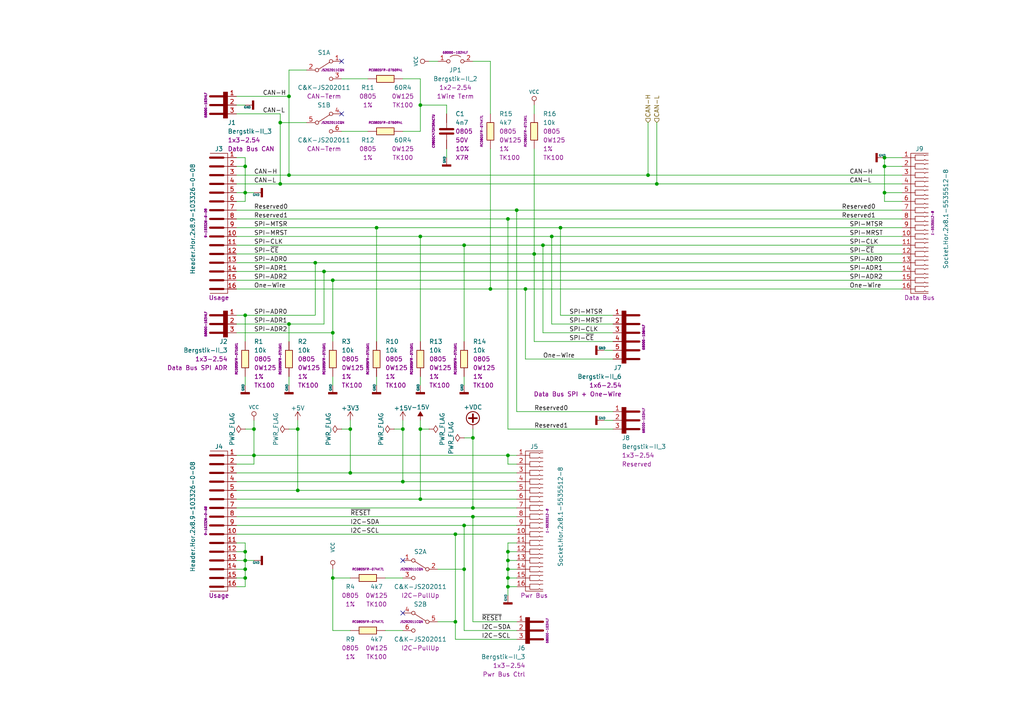
<source format=kicad_sch>
(kicad_sch (version 20211123) (generator eeschema)
  (paper "A4")
  (lib_symbols
    (symbol "C.Kemet.MLCC.0805.X7R:4n7" (pin_numbers hide) (pin_names (offset 1.016) hide)
      (property "Reference" "C" (at 2.54 5.08 0))
      (property "Value" "4n7" (at 2.54 2.54 0))
      (property "Package" "0805" (at 2.54 0 0))
      (property "Voltage" "50V" (at 2.54 -2.54 0))
      (property "Tolerance" "10%" (at 2.54 -5.08 0))
      (property "Dielectric" "X7R" (at 2.54 -7.62 0))
      (property "ID" "C0805C472K5RACTU" (at -3.81 0 90))
      (symbol "4n7_1_1"
        (pin passive line (at 0 5.08 270) (length 2.54) (name "~") (number "1"))
        (pin passive line (at 0 -5.08 90) (length 2.54) (name "~") (number "2"))
      )
    )
    (symbol "J.AMPMODU-ModII:Header.Hor.2x8.9-103326-0-08" (pin_names hide)
      (property "Reference" "J" (at 2.54 20.32 0))
      (property "Value" "Header.Hor.2x8.9-103326-0-08" (at 10.16 0 90))
      (property "Usage" "Usage" (at 2.54 -22.86 0))
      (property "ID" "9-103326-0-08" (at 6.35 -1.27 90))
      (symbol "Header.Hor.2x8.9-103326-0-08_1_1"
        (pin passive line (at -2.54 17.78 0) (length 2.54) (name "1") (number "1"))
        (pin passive line (at -2.54 -5.08 0) (length 2.54) (name "10") (number "10"))
        (pin passive line (at -2.54 -7.62 0) (length 2.54) (name "11") (number "11"))
        (pin passive line (at -2.54 -10.16 0) (length 2.54) (name "12") (number "12"))
        (pin passive line (at -2.54 -12.7 0) (length 2.54) (name "13") (number "13"))
        (pin passive line (at -2.54 -15.24 0) (length 2.54) (name "14") (number "14"))
        (pin passive line (at -2.54 -17.78 0) (length 2.54) (name "15") (number "15"))
        (pin passive line (at -2.54 -20.32 0) (length 2.54) (name "16") (number "16"))
        (pin passive line (at -2.54 15.24 0) (length 2.54) (name "2") (number "2"))
        (pin passive line (at -2.54 12.7 0) (length 2.54) (name "3") (number "3"))
        (pin passive line (at -2.54 10.16 0) (length 2.54) (name "4") (number "4"))
        (pin passive line (at -2.54 7.62 0) (length 2.54) (name "5") (number "5"))
        (pin passive line (at -2.54 5.08 0) (length 2.54) (name "6") (number "6"))
        (pin passive line (at -2.54 2.54 0) (length 2.54) (name "7") (number "7"))
        (pin passive line (at -2.54 0 0) (length 2.54) (name "8") (number "8"))
        (pin passive line (at -2.54 -2.54 0) (length 2.54) (name "9") (number "9"))
      )
    )
    (symbol "J.AMPMODU-ModII:Socket.Hor.2x8.1-5535512-8" (pin_names hide)
      (property "Reference" "J" (at 2.54 20.32 0))
      (property "Value" "Socket.Hor.2x8.1-5535512-8" (at 10.16 0 90))
      (property "Usage" "Usage" (at 2.54 -22.86 0))
      (property "ID" "1-5535512-8" (at 6.35 -1.27 90))
      (symbol "Socket.Hor.2x8.1-5535512-8_1_1"
        (pin passive line (at -2.54 17.78 0) (length 2.54) (name "1") (number "1"))
        (pin passive line (at -2.54 -5.08 0) (length 2.54) (name "10") (number "10"))
        (pin passive line (at -2.54 -7.62 0) (length 2.54) (name "11") (number "11"))
        (pin passive line (at -2.54 -10.16 0) (length 2.54) (name "12") (number "12"))
        (pin passive line (at -2.54 -12.7 0) (length 2.54) (name "13") (number "13"))
        (pin passive line (at -2.54 -15.24 0) (length 2.54) (name "14") (number "14"))
        (pin passive line (at -2.54 -17.78 0) (length 2.54) (name "15") (number "15"))
        (pin passive line (at -2.54 -20.32 0) (length 2.54) (name "16") (number "16"))
        (pin passive line (at -2.54 15.24 0) (length 2.54) (name "2") (number "2"))
        (pin passive line (at -2.54 12.7 0) (length 2.54) (name "3") (number "3"))
        (pin passive line (at -2.54 10.16 0) (length 2.54) (name "4") (number "4"))
        (pin passive line (at -2.54 7.62 0) (length 2.54) (name "5") (number "5"))
        (pin passive line (at -2.54 5.08 0) (length 2.54) (name "6") (number "6"))
        (pin passive line (at -2.54 2.54 0) (length 2.54) (name "7") (number "7"))
        (pin passive line (at -2.54 0 0) (length 2.54) (name "8") (number "8"))
        (pin passive line (at -2.54 -2.54 0) (length 2.54) (name "9") (number "9"))
      )
    )
    (symbol "J.PinHeader:Bergstik-II_3" (pin_names (offset 0.002) hide)
      (property "Reference" "J" (at -2.54 -5.08 0))
      (property "Value" "Bergstik-II_3" (at -2.54 -7.62 0))
      (property "Package" "1x3-2.54" (at -2.54 -10.16 0))
      (property "Usage" "Usage" (at -2.54 -12.7 0))
      (property "ID" "68000-103HLF" (at 3.81 0 90))
      (symbol "Bergstik-II_3_1_1"
        (pin passive line (at -5.08 2.54 0) (length 2.54) (name "A1") (number "1"))
        (pin passive line (at -5.08 0 0) (length 2.54) (name "A2") (number "2"))
        (pin passive line (at -5.08 -2.54 0) (length 2.54) (name "A3") (number "3"))
      )
    )
    (symbol "J.PinHeader:Bergstik-II_6" (pin_names (offset 0.002) hide)
      (property "Reference" "J" (at -2.54 -10.16 0))
      (property "Value" "Bergstik-II_6" (at -2.54 -12.7 0))
      (property "Package" "1x6-2.54" (at -2.54 -15.24 0))
      (property "Usage" "Usage" (at -2.54 -17.78 0))
      (property "ID" "68000-106HLF" (at 3.81 -1.27 90))
      (symbol "Bergstik-II_6_1_1"
        (pin passive line (at -5.08 5.08 0) (length 2.54) (name "A1") (number "1"))
        (pin passive line (at -5.08 2.54 0) (length 2.54) (name "A2") (number "2"))
        (pin passive line (at -5.08 0 0) (length 2.54) (name "A3") (number "3"))
        (pin passive line (at -5.08 -2.54 0) (length 2.54) (name "A4") (number "4"))
        (pin passive line (at -5.08 -5.08 0) (length 2.54) (name "A5") (number "5"))
        (pin passive line (at -5.08 -7.62 0) (length 2.54) (name "A6") (number "6"))
      )
    )
    (symbol "JP:Bergstik-II_2" (pin_names (offset 0) hide)
      (property "Reference" "JP" (at 0 -2.54 0))
      (property "Value" "Bergstik-II_2" (at 0 -5.08 0))
      (property "Package" "1x2-2.54" (at 0 -7.62 0))
      (property "ID" "68000-102HLF" (at 0 2.54 0))
      (property "Usage" "Usage" (at 0 -10.16 0))
      (symbol "Bergstik-II_2_1_1"
        (pin passive line (at -5.08 0 0) (length 2.54) (name "A") (number "1"))
        (pin passive line (at 5.08 0 180) (length 2.54) (name "B") (number "2"))
      )
    )
    (symbol "R.Yageo.RC0805:10k" (pin_numbers hide) (pin_names (offset 1.016) hide)
      (property "Reference" "R" (at 2.54 5.08 0))
      (property "Value" "10k" (at 2.54 2.54 0))
      (property "Package" "0805" (at 2.54 0 0))
      (property "Power" "0W125" (at 2.54 -2.54 0))
      (property "Tolerance" "1%" (at 2.54 -5.08 0))
      (property "TK" "TK100" (at 2.54 -7.62 0))
      (property "ID" "RC0805FR-0710KL" (at -2.54 0 90))
      (symbol "10k_1_1"
        (pin passive line (at 0 5.08 270) (length 2.54) (name "~") (number "1"))
        (pin passive line (at 0 -5.08 90) (length 2.54) (name "~") (number "2"))
      )
    )
    (symbol "R.Yageo.RC0805:4k7" (pin_numbers hide) (pin_names (offset 1.016) hide)
      (property "Reference" "R" (at 2.54 5.08 0))
      (property "Value" "4k7" (at 2.54 2.54 0))
      (property "Package" "0805" (at 2.54 0 0))
      (property "Power" "0W125" (at 2.54 -2.54 0))
      (property "Tolerance" "1%" (at 2.54 -5.08 0))
      (property "TK" "TK100" (at 2.54 -7.62 0))
      (property "ID" "RC0805FR-074K7L" (at -2.54 0 90))
      (symbol "4k7_1_1"
        (pin passive line (at 0 5.08 270) (length 2.54) (name "~") (number "1"))
        (pin passive line (at 0 -5.08 90) (length 2.54) (name "~") (number "2"))
      )
    )
    (symbol "R.Yageo.RC0805:60R4" (pin_numbers hide) (pin_names (offset 1.016) hide)
      (property "Reference" "R" (at 2.54 5.08 0))
      (property "Value" "60R4" (at 2.54 2.54 0))
      (property "Package" "0805" (at 2.54 0 0))
      (property "Power" "0W125" (at 2.54 -2.54 0))
      (property "Tolerance" "1%" (at 2.54 -5.08 0))
      (property "TK" "TK100" (at 2.54 -7.62 0))
      (property "ID" "RC0805FR-0760R4L" (at -2.54 0 90))
      (symbol "60R4_1_1"
        (pin passive line (at 0 5.08 270) (length 2.54) (name "~") (number "1"))
        (pin passive line (at 0 -5.08 90) (length 2.54) (name "~") (number "2"))
      )
    )
    (symbol "S:C&K-JS202011" (pin_names (offset 0) hide)
      (property "Reference" "S" (at 0 5.08 0))
      (property "Value" "C&K-JS202011" (at 0 -5.08 0))
      (property "Usage" "Usage" (at 0 -7.62 0))
      (property "ID" "JS202011CQN" (at 2.54 0 0))
      (symbol "C&K-JS202011_1_1"
        (pin passive line (at 5.08 2.54 180) (length 2.54) (name "A") (number "1"))
        (pin passive line (at -5.08 0 0) (length 2.54) (name "B") (number "2"))
        (pin passive line (at 5.08 -2.54 180) (length 2.54) (name "C") (number "3"))
      )
      (symbol "C&K-JS202011_2_1"
        (pin passive line (at 5.08 2.54 180) (length 2.54) (name "A") (number "4"))
        (pin passive line (at -5.08 0 0) (length 2.54) (name "B") (number "5"))
        (pin passive line (at 5.08 -2.54 180) (length 2.54) (name "C") (number "6"))
      )
    )
    (symbol "Supply:+15V" (power) (pin_numbers hide) (pin_names (offset 0) hide)
      (property "Value" "+15V" (at 0 3.556 0))
      (symbol "+15V_1_1"
        (pin power_in line (at 0 0 90) (length 0) hide (name "+15V") (number "1"))
      )
    )
    (symbol "Supply:+3V3" (power) (pin_numbers hide) (pin_names (offset 0) hide)
      (property "Value" "+3V3" (at 0 3.556 0))
      (symbol "+3V3_1_1"
        (pin power_in line (at 0 0 90) (length 0) hide (name "+3V3") (number "1"))
      )
    )
    (symbol "Supply:+5V" (power) (pin_numbers hide) (pin_names (offset 0) hide)
      (property "Value" "+5V" (at 0 3.556 0))
      (symbol "+5V_1_1"
        (pin power_in line (at 0 0 90) (length 0) hide (name "+5V") (number "1"))
      )
    )
    (symbol "Supply:+VDC" (power) (pin_numbers hide) (pin_names (offset 0) hide)
      (property "Value" "+VDC" (at 0 6.35 0))
      (symbol "+VDC_1_1"
        (pin power_in line (at 0 0 90) (length 0) hide (name "+VDC") (number "1"))
      )
    )
    (symbol "Supply:-15V" (power) (pin_numbers hide) (pin_names (offset 0) hide)
      (property "Value" "-15V" (at 0 3.81 0))
      (symbol "-15V_0_0"
        (pin power_in line (at 0 0 90) (length 0) hide (name "-15V") (number "1"))
      )
    )
    (symbol "Supply:GND" (power) (pin_numbers hide) (pin_names (offset 0) hide)
      (property "Value" "GND" (at -0.635 -0.635 90))
      (symbol "GND_1_1"
        (pin power_in line (at 0 0 270) (length 0) hide (name "GND") (number "1"))
      )
    )
    (symbol "Supply:PWR_FLAG" (power) (pin_numbers hide) (pin_names (offset 0) hide)
      (property "Value" "PWR_FLAG" (at 0 3.81 0))
      (symbol "PWR_FLAG_0_0"
        (pin power_out line (at 0 0 90) (length 0) (name "pwr") (number "1"))
      )
    )
    (symbol "Supply:VCC" (power) (pin_numbers hide) (pin_names (offset 0) hide)
      (property "Value" "VCC" (at 0 3.81 0))
      (symbol "VCC_1_1"
        (pin power_in line (at 0 0 90) (length 0) hide (name "VCC") (number "1"))
      )
    )
  )
  (junction (at 121.92 124.46) (diameter 0.9144))
  (junction (at 147.32 165.1) (diameter 0.9144))
  (junction (at 256.54 55.88) (diameter 0.9144))
  (junction (at 116.84 139.7) (diameter 0.9144))
  (junction (at 147.32 132.08) (diameter 0.9144))
  (junction (at 157.48 71.12) (diameter 0.9144))
  (junction (at 96.52 96.52) (diameter 0.9144))
  (junction (at 71.12 167.64) (diameter 0.9144))
  (junction (at 154.94 73.66) (diameter 0.9144))
  (junction (at 121.92 30.48) (diameter 0.9144))
  (junction (at 134.62 165.1) (diameter 0.9144))
  (junction (at 152.4 83.82) (diameter 0.9144))
  (junction (at 73.66 124.46) (diameter 0.9144))
  (junction (at 142.24 83.82) (diameter 0.9144))
  (junction (at 134.62 71.12) (diameter 0.9144))
  (junction (at 132.08 154.94) (diameter 0.9144))
  (junction (at 96.52 81.28) (diameter 0.9144))
  (junction (at 83.82 27.94) (diameter 0.9144))
  (junction (at 109.22 66.04) (diameter 0.9144))
  (junction (at 71.12 48.26) (diameter 0.9144))
  (junction (at 91.44 76.2) (diameter 0.9144))
  (junction (at 137.16 127) (diameter 0.9144))
  (junction (at 83.82 93.98) (diameter 0.9144))
  (junction (at 147.32 63.5) (diameter 0.9144))
  (junction (at 137.16 147.32) (diameter 0.9144))
  (junction (at 73.66 132.08) (diameter 0.9144))
  (junction (at 81.28 53.34) (diameter 0.9144))
  (junction (at 116.84 124.46) (diameter 0.9144))
  (junction (at 101.6 124.46) (diameter 0.9144))
  (junction (at 190.5 53.34))
  (junction (at 71.12 165.1) (diameter 0.9144))
  (junction (at 256.54 48.26) (diameter 0.9144))
  (junction (at 256.54 45.72) (diameter 0.9144))
  (junction (at 71.12 160.02) (diameter 0.9144))
  (junction (at 149.86 60.96) (diameter 0.9144))
  (junction (at 101.6 137.16) (diameter 0.9144))
  (junction (at 71.12 162.56) (diameter 0.9144))
  (junction (at 187.96 50.8))
  (junction (at 121.92 68.58) (diameter 0.9144))
  (junction (at 137.16 149.86) (diameter 0.9144))
  (junction (at 93.98 78.74) (diameter 0.9144))
  (junction (at 71.12 55.88) (diameter 0.9144))
  (junction (at 147.32 170.18) (diameter 0.9144))
  (junction (at 162.56 66.04) (diameter 0.9144))
  (junction (at 147.32 162.56) (diameter 0.9144))
  (junction (at 71.12 91.44) (diameter 0.9144))
  (junction (at 147.32 167.64) (diameter 0.9144))
  (junction (at 134.62 152.4) (diameter 0.9144))
  (junction (at 160.02 68.58) (diameter 0.9144))
  (junction (at 86.36 124.46) (diameter 0.9144))
  (junction (at 83.82 50.8) (diameter 0.9144))
  (junction (at 121.92 144.78) (diameter 0.9144))
  (junction (at 132.08 180.34) (diameter 0.9144))
  (junction (at 81.28 35.56) (diameter 0.9144))
  (junction (at 96.52 167.64) (diameter 0.9144))
  (junction (at 86.36 142.24) (diameter 0.9144))
  (junction (at 147.32 160.02) (diameter 0.9144))
  (no_connect (at 116.84 177.8))
  (no_connect (at 99.06 17.78))
  (no_connect (at 99.06 33.02))
  (no_connect (at 116.84 162.56))
  (wire (pts (xy 147.32 170.18) (xy 147.32 167.64)))
  (wire (pts (xy 73.66 55.88) (xy 71.12 55.88)))
  (wire (pts (xy 68.58 78.74) (xy 93.98 78.74)))
  (wire (pts (xy 68.58 48.26) (xy 71.12 48.26)))
  (wire (pts (xy 68.58 152.4) (xy 134.62 152.4)))
  (wire (pts (xy 137.16 180.34) (xy 137.16 149.86)))
  (wire (pts (xy 101.6 167.64) (xy 96.52 167.64)))
  (wire (pts (xy 175.26 101.6) (xy 177.8 101.6)))
  (wire (pts (xy 93.98 93.98) (xy 83.82 93.98)))
  (wire (pts (xy 137.16 149.86) (xy 149.86 149.86)))
  (wire (pts (xy 149.86 167.64) (xy 147.32 167.64)))
  (wire (pts (xy 81.28 53.34) (xy 190.5 53.34)))
  (wire (pts (xy 121.92 68.58) (xy 160.02 68.58)))
  (wire (pts (xy 68.58 134.62) (xy 73.66 134.62)))
  (wire (pts (xy 71.12 91.44) (xy 68.58 91.44)))
  (wire (pts (xy 68.58 76.2) (xy 91.44 76.2)))
  (wire (pts (xy 83.82 27.94) (xy 83.82 50.8)))
  (wire (pts (xy 86.36 142.24) (xy 149.86 142.24)))
  (wire (pts (xy 83.82 93.98) (xy 68.58 93.98)))
  (wire (pts (xy 256.54 48.26) (xy 256.54 45.72)))
  (wire (pts (xy 127 180.34) (xy 132.08 180.34)))
  (wire (pts (xy 142.24 83.82) (xy 152.4 83.82)))
  (wire (pts (xy 160.02 68.58) (xy 261.62 68.58)))
  (wire (pts (xy 68.58 154.94) (xy 132.08 154.94)))
  (wire (pts (xy 160.02 93.98) (xy 160.02 68.58)))
  (wire (pts (xy 68.58 137.16) (xy 101.6 137.16)))
  (wire (pts (xy 121.92 121.92) (xy 121.92 124.46)))
  (wire (pts (xy 142.24 33.02) (xy 142.24 17.78)))
  (wire (pts (xy 96.52 81.28) (xy 96.52 96.52)))
  (wire (pts (xy 71.12 124.46) (xy 73.66 124.46)))
  (wire (pts (xy 91.44 76.2) (xy 91.44 91.44)))
  (wire (pts (xy 68.58 66.04) (xy 109.22 66.04)))
  (wire (pts (xy 116.84 124.46) (xy 116.84 139.7)))
  (wire (pts (xy 68.58 58.42) (xy 71.12 58.42)))
  (wire (pts (xy 177.8 104.14) (xy 152.4 104.14)))
  (wire (pts (xy 73.66 124.46) (xy 73.66 132.08)))
  (wire (pts (xy 83.82 20.32) (xy 83.82 27.94)))
  (wire (pts (xy 71.12 99.06) (xy 71.12 91.44)))
  (wire (pts (xy 177.8 119.38) (xy 149.86 119.38)))
  (wire (pts (xy 68.58 165.1) (xy 71.12 165.1)))
  (wire (pts (xy 71.12 55.88) (xy 68.58 55.88)))
  (wire (pts (xy 81.28 33.02) (xy 81.28 35.56)))
  (wire (pts (xy 149.86 160.02) (xy 147.32 160.02)))
  (wire (pts (xy 147.32 132.08) (xy 149.86 132.08)))
  (wire (pts (xy 177.8 99.06) (xy 154.94 99.06)))
  (wire (pts (xy 142.24 43.18) (xy 142.24 83.82)))
  (wire (pts (xy 187.96 50.8) (xy 261.62 50.8)))
  (wire (pts (xy 73.66 132.08) (xy 147.32 132.08)))
  (wire (pts (xy 134.62 71.12) (xy 157.48 71.12)))
  (wire (pts (xy 101.6 137.16) (xy 149.86 137.16)))
  (wire (pts (xy 71.12 162.56) (xy 68.58 162.56)))
  (wire (pts (xy 149.86 119.38) (xy 149.86 60.96)))
  (wire (pts (xy 93.98 78.74) (xy 93.98 93.98)))
  (wire (pts (xy 134.62 111.76) (xy 134.62 109.22)))
  (wire (pts (xy 137.16 147.32) (xy 149.86 147.32)))
  (wire (pts (xy 116.84 121.92) (xy 116.84 124.46)))
  (wire (pts (xy 68.58 71.12) (xy 134.62 71.12)))
  (wire (pts (xy 96.52 165.1) (xy 96.52 167.64)))
  (wire (pts (xy 132.08 154.94) (xy 132.08 180.34)))
  (wire (pts (xy 154.94 73.66) (xy 261.62 73.66)))
  (wire (pts (xy 68.58 45.72) (xy 71.12 45.72)))
  (wire (pts (xy 137.16 127) (xy 137.16 147.32)))
  (wire (pts (xy 68.58 167.64) (xy 71.12 167.64)))
  (wire (pts (xy 127 165.1) (xy 134.62 165.1)))
  (wire (pts (xy 152.4 83.82) (xy 261.62 83.82)))
  (wire (pts (xy 99.06 124.46) (xy 101.6 124.46)))
  (wire (pts (xy 81.28 35.56) (xy 81.28 53.34)))
  (wire (pts (xy 68.58 149.86) (xy 137.16 149.86)))
  (wire (pts (xy 68.58 73.66) (xy 154.94 73.66)))
  (wire (pts (xy 93.98 78.74) (xy 261.62 78.74)))
  (wire (pts (xy 71.12 160.02) (xy 71.12 157.48)))
  (wire (pts (xy 83.82 99.06) (xy 83.82 93.98)))
  (wire (pts (xy 68.58 50.8) (xy 83.82 50.8)))
  (wire (pts (xy 68.58 83.82) (xy 142.24 83.82)))
  (wire (pts (xy 256.54 55.88) (xy 256.54 48.26)))
  (wire (pts (xy 96.52 111.76) (xy 96.52 109.22)))
  (wire (pts (xy 83.82 124.46) (xy 86.36 124.46)))
  (wire (pts (xy 68.58 132.08) (xy 73.66 132.08)))
  (wire (pts (xy 121.92 124.46) (xy 121.92 144.78)))
  (wire (pts (xy 73.66 162.56) (xy 71.12 162.56)))
  (wire (pts (xy 147.32 63.5) (xy 261.62 63.5)))
  (wire (pts (xy 68.58 170.18) (xy 71.12 170.18)))
  (wire (pts (xy 109.22 111.76) (xy 109.22 109.22)))
  (wire (pts (xy 147.32 160.02) (xy 147.32 157.48)))
  (wire (pts (xy 121.92 124.46) (xy 124.46 124.46)))
  (wire (pts (xy 187.96 35.56) (xy 187.96 50.8)))
  (wire (pts (xy 132.08 185.42) (xy 132.08 180.34)))
  (wire (pts (xy 71.12 170.18) (xy 71.12 167.64)))
  (wire (pts (xy 134.62 182.88) (xy 134.62 165.1)))
  (wire (pts (xy 154.94 99.06) (xy 154.94 73.66)))
  (wire (pts (xy 71.12 165.1) (xy 71.12 162.56)))
  (wire (pts (xy 73.66 134.62) (xy 73.66 132.08)))
  (wire (pts (xy 96.52 182.88) (xy 101.6 182.88)))
  (wire (pts (xy 175.26 121.92) (xy 177.8 121.92)))
  (wire (pts (xy 68.58 142.24) (xy 86.36 142.24)))
  (wire (pts (xy 71.12 157.48) (xy 68.58 157.48)))
  (wire (pts (xy 106.68 38.1) (xy 99.06 38.1)))
  (wire (pts (xy 71.12 167.64) (xy 71.12 165.1)))
  (wire (pts (xy 190.5 35.56) (xy 190.5 53.34)))
  (wire (pts (xy 137.16 124.46) (xy 137.16 127)))
  (wire (pts (xy 86.36 124.46) (xy 86.36 142.24)))
  (wire (pts (xy 68.58 144.78) (xy 121.92 144.78)))
  (wire (pts (xy 121.92 22.86) (xy 121.92 30.48)))
  (wire (pts (xy 68.58 33.02) (xy 81.28 33.02)))
  (wire (pts (xy 154.94 30.48) (xy 154.94 33.02)))
  (wire (pts (xy 129.54 33.02) (xy 129.54 30.48)))
  (wire (pts (xy 147.32 167.64) (xy 147.32 165.1)))
  (wire (pts (xy 162.56 91.44) (xy 162.56 66.04)))
  (wire (pts (xy 134.62 165.1) (xy 134.62 152.4)))
  (wire (pts (xy 261.62 55.88) (xy 256.54 55.88)))
  (wire (pts (xy 121.92 99.06) (xy 121.92 68.58)))
  (wire (pts (xy 71.12 162.56) (xy 71.12 160.02)))
  (wire (pts (xy 149.86 182.88) (xy 134.62 182.88)))
  (wire (pts (xy 256.54 45.72) (xy 261.62 45.72)))
  (wire (pts (xy 190.5 53.34) (xy 261.62 53.34)))
  (wire (pts (xy 73.66 121.92) (xy 73.66 124.46)))
  (wire (pts (xy 129.54 30.48) (xy 121.92 30.48)))
  (wire (pts (xy 91.44 76.2) (xy 261.62 76.2)))
  (wire (pts (xy 134.62 152.4) (xy 149.86 152.4)))
  (wire (pts (xy 149.86 185.42) (xy 132.08 185.42)))
  (wire (pts (xy 71.12 48.26) (xy 71.12 55.88)))
  (wire (pts (xy 124.46 17.78) (xy 127 17.78)))
  (wire (pts (xy 81.28 35.56) (xy 88.9 35.56)))
  (wire (pts (xy 68.58 81.28) (xy 96.52 81.28)))
  (wire (pts (xy 177.8 96.52) (xy 157.48 96.52)))
  (wire (pts (xy 71.12 45.72) (xy 71.12 48.26)))
  (wire (pts (xy 68.58 60.96) (xy 149.86 60.96)))
  (wire (pts (xy 106.68 22.86) (xy 99.06 22.86)))
  (wire (pts (xy 83.82 50.8) (xy 187.96 50.8)))
  (wire (pts (xy 147.32 157.48) (xy 149.86 157.48)))
  (wire (pts (xy 83.82 20.32) (xy 88.9 20.32)))
  (wire (pts (xy 149.86 180.34) (xy 137.16 180.34)))
  (wire (pts (xy 177.8 93.98) (xy 160.02 93.98)))
  (wire (pts (xy 101.6 124.46) (xy 101.6 137.16)))
  (wire (pts (xy 177.8 91.44) (xy 162.56 91.44)))
  (wire (pts (xy 68.58 27.94) (xy 83.82 27.94)))
  (wire (pts (xy 137.16 17.78) (xy 142.24 17.78)))
  (wire (pts (xy 86.36 121.92) (xy 86.36 124.46)))
  (wire (pts (xy 121.92 38.1) (xy 116.84 38.1)))
  (wire (pts (xy 116.84 167.64) (xy 111.76 167.64)))
  (wire (pts (xy 149.86 170.18) (xy 147.32 170.18)))
  (wire (pts (xy 129.54 45.72) (xy 129.54 43.18)))
  (wire (pts (xy 109.22 99.06) (xy 109.22 66.04)))
  (wire (pts (xy 121.92 30.48) (xy 121.92 38.1)))
  (wire (pts (xy 116.84 124.46) (xy 114.3 124.46)))
  (wire (pts (xy 91.44 91.44) (xy 71.12 91.44)))
  (wire (pts (xy 68.58 63.5) (xy 147.32 63.5)))
  (wire (pts (xy 96.52 81.28) (xy 261.62 81.28)))
  (wire (pts (xy 261.62 58.42) (xy 256.54 58.42)))
  (wire (pts (xy 68.58 139.7) (xy 116.84 139.7)))
  (wire (pts (xy 147.32 162.56) (xy 147.32 160.02)))
  (wire (pts (xy 132.08 154.94) (xy 149.86 154.94)))
  (wire (pts (xy 68.58 68.58) (xy 121.92 68.58)))
  (wire (pts (xy 149.86 162.56) (xy 147.32 162.56)))
  (wire (pts (xy 157.48 96.52) (xy 157.48 71.12)))
  (wire (pts (xy 96.52 96.52) (xy 68.58 96.52)))
  (wire (pts (xy 157.48 71.12) (xy 261.62 71.12)))
  (wire (pts (xy 147.32 172.72) (xy 147.32 170.18)))
  (wire (pts (xy 68.58 53.34) (xy 81.28 53.34)))
  (wire (pts (xy 152.4 104.14) (xy 152.4 83.82)))
  (wire (pts (xy 147.32 134.62) (xy 147.32 132.08)))
  (wire (pts (xy 149.86 165.1) (xy 147.32 165.1)))
  (wire (pts (xy 149.86 134.62) (xy 147.32 134.62)))
  (wire (pts (xy 71.12 111.76) (xy 71.12 109.22)))
  (wire (pts (xy 96.52 99.06) (xy 96.52 96.52)))
  (wire (pts (xy 256.54 58.42) (xy 256.54 55.88)))
  (wire (pts (xy 149.86 60.96) (xy 261.62 60.96)))
  (wire (pts (xy 261.62 48.26) (xy 256.54 48.26)))
  (wire (pts (xy 116.84 139.7) (xy 149.86 139.7)))
  (wire (pts (xy 96.52 167.64) (xy 96.52 182.88)))
  (wire (pts (xy 116.84 22.86) (xy 121.92 22.86)))
  (wire (pts (xy 134.62 127) (xy 137.16 127)))
  (wire (pts (xy 134.62 99.06) (xy 134.62 71.12)))
  (wire (pts (xy 116.84 182.88) (xy 111.76 182.88)))
  (wire (pts (xy 162.56 66.04) (xy 261.62 66.04)))
  (wire (pts (xy 121.92 111.76) (xy 121.92 109.22)))
  (wire (pts (xy 154.94 43.18) (xy 154.94 73.66)))
  (wire (pts (xy 68.58 160.02) (xy 71.12 160.02)))
  (wire (pts (xy 83.82 111.76) (xy 83.82 109.22)))
  (wire (pts (xy 101.6 121.92) (xy 101.6 124.46)))
  (wire (pts (xy 68.58 30.48) (xy 71.12 30.48)))
  (wire (pts (xy 147.32 124.46) (xy 147.32 63.5)))
  (wire (pts (xy 177.8 124.46) (xy 147.32 124.46)))
  (wire (pts (xy 121.92 144.78) (xy 149.86 144.78)))
  (wire (pts (xy 109.22 66.04) (xy 162.56 66.04)))
  (wire (pts (xy 71.12 58.42) (xy 71.12 55.88)))
  (wire (pts (xy 147.32 165.1) (xy 147.32 162.56)))
  (wire (pts (xy 68.58 147.32) (xy 137.16 147.32)))
  (label "SPI-CLK" (at 246.38 71.12 0))
  (label "Reserved0" (at 154.94 119.38 0))
  (label "SPI-ADR1" (at 73.66 93.98 0))
  (label "Reserved0" (at 254 60.96 180))
  (label "SPI-MTSR" (at 165.1 91.44 0))
  (label "SPI-~{CE}" (at 165.1 99.06 0))
  (label "CAN-H" (at 76.2 27.94 0))
  (label "CAN-L" (at 73.66 53.34 0))
  (label "CAN-H" (at 73.66 50.8 0))
  (label "SPI-ADR1" (at 73.66 78.74 0))
  (label "SPI-CLK" (at 73.66 71.12 0))
  (label "SPI-CLK" (at 165.1 96.52 0))
  (label "One-Wire" (at 246.38 83.82 0))
  (label "Reserved1" (at 73.66 63.5 0))
  (label "I2C-SCL" (at 139.7 185.42 0))
  (label "CAN-H" (at 246.38 50.8 0))
  (label "Reserved1" (at 154.94 124.46 0))
  (label "SPI-MTSR" (at 73.66 66.04 0))
  (label "SPI-~{CE}" (at 73.66 73.66 0))
  (label "Reserved0" (at 73.66 60.96 0))
  (label "SPI-MRST" (at 73.66 68.58 0))
  (label "CAN-L" (at 76.2 33.02 0))
  (label "SPI-MRST" (at 165.1 93.98 0))
  (label "~{RESET}" (at 101.6 149.86 0))
  (label "SPI-MRST" (at 246.38 68.58 0))
  (label "One-Wire" (at 73.66 83.82 0))
  (label "SPI-ADR2" (at 73.66 81.28 0))
  (label "SPI-ADR0" (at 73.66 91.44 0))
  (label "SPI-ADR0" (at 73.66 76.2 0))
  (label "I2C-SCL" (at 101.6 154.94 0))
  (label "SPI-ADR1" (at 246.38 78.74 0))
  (label "I2C-SDA" (at 101.6 152.4 0))
  (label "SPI-ADR2" (at 73.66 96.52 0))
  (label "I2C-SDA" (at 139.7 182.88 0))
  (label "Reserved1" (at 254 63.5 180))
  (label "~{RESET}" (at 139.7 180.34 0))
  (label "SPI-ADR0" (at 246.38 76.2 0))
  (label "One-Wire" (at 157.48 104.14 0))
  (label "SPI-~{CE}" (at 246.38 73.66 0))
  (label "CAN-L" (at 246.38 53.34 0))
  (label "SPI-MTSR" (at 246.38 66.04 0))
  (label "SPI-ADR2" (at 246.38 81.28 0))
  (hierarchical_label "CAN-L" (shape input) (at 190.5 35.56 90))
  (hierarchical_label "CAN-H" (shape input) (at 187.96 35.56 90))
  (symbol (lib_id "R.Yageo.RC0805:10k") (at 109.22 104.14 0) (unit 1)
    (property "Reference" "R10" (at 111.76 99.06 0) (effects (justify left)))
    (property "Value" "10k" (at 111.76 101.6 0) (effects (justify left)))
    (property "Footprint" "Resistor_SMD:R_0805_2012Metric" (effects hide))
    (property "Datasheet" "R.Yaego.RC0805.pdf" (effects hide))
    (property "Package" "0805" (at 111.76 104.14 0) (effects (justify left)))
    (property "Power" "0W125" (at 111.76 106.68 0) (effects (justify left)))
    (property "Tolerance" "1%" (at 111.76 109.22 0) (effects (justify left)))
    (property "TK" "TK100" (at 111.76 111.76 0) (effects (justify left)))
    (property "ID" "RC0805FR-0710KL" (at 106.68 104.14 90) (effects (font (size 0.635 0.635) italic)))
  )
  (symbol (lib_id "Supply:PWR_FLAG") (at 124.46 124.46 270) (unit 1)
    (property "Reference" "#FLG06" (effects hide))
    (property "Value" "PWR_FLAG" (at 128.27 124.46 0))
  )
  (symbol (lib_id "S:C&K-JS202011") (at 93.98 20.32 0) (unit 1)
    (property "Reference" "S1" (at 93.98 15.24 0))
    (property "Value" "C&K-JS202011" (at 93.98 25.4 0))
    (property "Footprint" "Button_Switch_THT:SW_CuK_JS202011CQN_DPDT_Straight" (effects hide))
    (property "Datasheet" "https://www.ckswitches.com/media/1422/js.pdf" (effects hide))
    (property "Usage" "CAN-Term" (at 93.98 27.94 0))
    (property "ID" "JS202011CQN" (at 96.52 20.32 0) (effects (font (size 0.635 0.635))))
  )
  (symbol (lib_id "Supply:VCC") (at 154.94 30.48 0) (unit 1)
    (property "Reference" "#PWR021" (effects hide))
    (property "Value" "VCC" (at 154.94 26.67 0) (effects (font (size 1.016 1.016))))
  )
  (symbol (lib_id "JP:Bergstik-II_2") (at 132.08 17.78 0) (unit 1)
    (property "Reference" "JP1" (at 132.08 20.32 0))
    (property "Value" "Bergstik-II_2" (at 132.08 22.86 0))
    (property "Footprint" "Connector_PinHeader_2.54mm:PinHeader_1x02_P2.54mm_Vertical" (effects hide))
    (property "Datasheet" "JP.Bergstik-II-Header.68000.pdf" (effects hide))
    (property "Package" "1x2-2.54" (at 132.08 25.4 0))
    (property "ID" "68000-102HLF" (at 132.08 15.24 0) (effects (font (size 0.635 0.635))))
    (property "Usage" "1Wire Term" (at 132.08 27.94 0))
  )
  (symbol (lib_id "Supply:GND") (at 96.52 111.76 0) (unit 1)
    (property "Reference" "#PWR09" (effects hide))
    (property "Value" "GND" (at 95.885 112.395 90) (effects (font (size 0.635 0.635))))
  )
  (symbol (lib_id "Supply:-15V") (at 121.92 121.92 0) (unit 1)
    (property "Reference" "#PWR015" (effects hide))
    (property "Value" "-15V" (at 121.92 118.11 0))
  )
  (symbol (lib_id "J.AMPMODU-ModII:Socket.Hor.2x8.1-5535512-8") (at 152.4 149.86 0) (unit 1)
    (property "Reference" "J5" (at 154.94 129.54 0))
    (property "Value" "Socket.Hor.2x8.1-5535512-8" (at 162.56 149.86 90))
    (property "Footprint" "BTech.Connector.AMPMODU-ModII:Socket.Hor.2x5.6-5535512-4" (effects hide))
    (property "Datasheet" "https://www.te.com/commerce/DocumentDelivery/DDEController?Action=srchrtrv&DocNm=5535512&DocType=Customer+Drawing&DocLang=English" (effects hide))
    (property "Usage" "Pwr Bus" (at 154.94 172.72 0))
    (property "ID" "1-5535512-8" (at 158.75 151.13 90) (effects (font (size 0.635 0.635) italic)))
  )
  (symbol (lib_id "R.Yageo.RC0805:10k") (at 121.92 104.14 0) (unit 1)
    (property "Reference" "R13" (at 124.46 99.06 0) (effects (justify left)))
    (property "Value" "10k" (at 124.46 101.6 0) (effects (justify left)))
    (property "Footprint" "Resistor_SMD:R_0805_2012Metric" (effects hide))
    (property "Datasheet" "R.Yaego.RC0805.pdf" (effects hide))
    (property "Package" "0805" (at 124.46 104.14 0) (effects (justify left)))
    (property "Power" "0W125" (at 124.46 106.68 0) (effects (justify left)))
    (property "Tolerance" "1%" (at 124.46 109.22 0) (effects (justify left)))
    (property "TK" "TK100" (at 124.46 111.76 0) (effects (justify left)))
    (property "ID" "RC0805FR-0710KL" (at 119.38 104.14 90) (effects (font (size 0.635 0.635) italic)))
  )
  (symbol (lib_id "J.AMPMODU-ModII:Header.Hor.2x8.9-103326-0-08") (at 66.04 63.5 0) (mirror y) (unit 1)
    (property "Reference" "J3" (at 63.5 43.18 0))
    (property "Value" "Header.Hor.2x8.9-103326-0-08" (at 55.88 63.5 90))
    (property "Footprint" "BTech.PinHeader.2-54mm:PinHeader_2x08_P2.54mm_Horizontal" (effects hide))
    (property "Datasheet" "https://www.te.com/commerce/DocumentDelivery/DDEController?Action=srchrtrv&DocNm=103326&DocType=Customer+Drawing&DocLang=English" (effects hide))
    (property "Usage" "Usage" (at 63.5 86.36 0))
    (property "ID" "9-103326-0-08" (at 59.69 64.77 90) (effects (font (size 0.635 0.635) italic)))
  )
  (symbol (lib_id "R.Yageo.RC0805:10k") (at 96.52 104.14 0) (unit 1)
    (property "Reference" "R3" (at 99.06 99.06 0) (effects (justify left)))
    (property "Value" "10k" (at 99.06 101.6 0) (effects (justify left)))
    (property "Footprint" "Resistor_SMD:R_0805_2012Metric" (effects hide))
    (property "Datasheet" "R.Yaego.RC0805.pdf" (effects hide))
    (property "Package" "0805" (at 99.06 104.14 0) (effects (justify left)))
    (property "Power" "0W125" (at 99.06 106.68 0) (effects (justify left)))
    (property "Tolerance" "1%" (at 99.06 109.22 0) (effects (justify left)))
    (property "TK" "TK100" (at 99.06 111.76 0) (effects (justify left)))
    (property "ID" "RC0805FR-0710KL" (at 93.98 104.14 90) (effects (font (size 0.635 0.635) italic)))
  )
  (symbol (lib_id "R.Yageo.RC0805:10k") (at 134.62 104.14 0) (unit 1)
    (property "Reference" "R14" (at 137.16 99.06 0) (effects (justify left)))
    (property "Value" "10k" (at 137.16 101.6 0) (effects (justify left)))
    (property "Footprint" "Resistor_SMD:R_0805_2012Metric" (effects hide))
    (property "Datasheet" "R.Yaego.RC0805.pdf" (effects hide))
    (property "Package" "0805" (at 137.16 104.14 0) (effects (justify left)))
    (property "Power" "0W125" (at 137.16 106.68 0) (effects (justify left)))
    (property "Tolerance" "1%" (at 137.16 109.22 0) (effects (justify left)))
    (property "TK" "TK100" (at 137.16 111.76 0) (effects (justify left)))
    (property "ID" "RC0805FR-0710KL" (at 132.08 104.14 90) (effects (font (size 0.635 0.635) italic)))
  )
  (symbol (lib_id "S:C&K-JS202011") (at 121.92 180.34 0) (mirror y) (unit 2)
    (property "Reference" "S2" (at 121.92 175.26 0))
    (property "Value" "C&K-JS202011" (at 121.92 185.42 0))
    (property "Footprint" "Button_Switch_THT:SW_CuK_JS202011CQN_DPDT_Straight" (effects hide))
    (property "Datasheet" "https://www.ckswitches.com/media/1422/js.pdf" (effects hide))
    (property "Usage" "I2C-PullUp" (at 121.92 187.96 0))
    (property "ID" "JS202011CQN" (at 119.38 180.34 0) (effects (font (size 0.635 0.635))))
  )
  (symbol (lib_id "Supply:GND") (at 129.54 45.72 0) (unit 1)
    (property "Reference" "#PWR017" (effects hide))
    (property "Value" "GND" (at 128.905 46.355 90) (effects (font (size 0.635 0.635))))
  )
  (symbol (lib_id "Supply:GND") (at 256.54 45.72 270) (unit 1)
    (property "Reference" "#PWR024" (effects hide))
    (property "Value" "GND" (at 255.905 45.085 90) (effects (font (size 0.635 0.635))))
  )
  (symbol (lib_id "R.Yageo.RC0805:4k7") (at 106.68 182.88 270) (unit 1)
    (property "Reference" "R9" (at 101.6 185.42 90))
    (property "Value" "4k7" (at 109.22 185.42 90))
    (property "Footprint" "Resistor_SMD:R_0805_2012Metric" (effects hide))
    (property "Datasheet" "R.Yaego.RC0805.pdf" (effects hide))
    (property "Package" "0805" (at 101.6 187.96 90))
    (property "Power" "0W125" (at 109.22 187.96 90))
    (property "Tolerance" "1%" (at 101.6 190.5 90))
    (property "TK" "TK100" (at 109.22 190.5 90))
    (property "ID" "RC0805FR-074K7L" (at 106.68 180.34 90) (effects (font (size 0.635 0.635) italic)))
  )
  (symbol (lib_id "Supply:VCC") (at 73.66 121.92 0) (unit 1)
    (property "Reference" "#PWR05" (effects hide))
    (property "Value" "VCC" (at 73.66 118.11 0) (effects (font (size 1.016 1.016))))
  )
  (symbol (lib_id "Supply:PWR_FLAG") (at 134.62 127 90) (mirror x) (unit 1)
    (property "Reference" "#FLG07" (effects hide))
    (property "Value" "PWR_FLAG" (at 130.81 127 0))
  )
  (symbol (lib_id "C.Kemet.MLCC.0805.X7R:4n7") (at 129.54 38.1 0) (unit 1)
    (property "Reference" "C1" (at 132.08 33.02 0) (effects (justify left)))
    (property "Value" "4n7" (at 132.08 35.56 0) (effects (justify left)))
    (property "Footprint" "Capacitor_SMD:C_0805_2012Metric" (effects hide))
    (property "Datasheet" "C.Kemet.MLCC.0805.X7R.pdf" (effects hide))
    (property "Package" "0805" (at 132.08 38.1 0) (effects (justify left)))
    (property "Voltage" "50V" (at 132.08 40.64 0) (effects (justify left)))
    (property "Tolerance" "10%" (at 132.08 43.18 0) (effects (justify left)))
    (property "Dielectric" "X7R" (at 132.08 45.72 0) (effects (justify left)))
    (property "ID" "C0805C472K5RACTU" (at 125.73 38.1 90) (effects (font (size 0.635 0.635) italic)))
  )
  (symbol (lib_id "Supply:PWR_FLAG") (at 114.3 124.46 90) (mirror x) (unit 1)
    (property "Reference" "#FLG05" (effects hide))
    (property "Value" "PWR_FLAG" (at 110.49 124.46 0))
  )
  (symbol (lib_id "R.Yageo.RC0805:4k7") (at 106.68 167.64 270) (unit 1)
    (property "Reference" "R4" (at 101.6 170.18 90))
    (property "Value" "4k7" (at 109.22 170.18 90))
    (property "Footprint" "Resistor_SMD:R_0805_2012Metric" (effects hide))
    (property "Datasheet" "R.Yaego.RC0805.pdf" (effects hide))
    (property "Package" "0805" (at 101.6 172.72 90))
    (property "Power" "0W125" (at 109.22 172.72 90))
    (property "Tolerance" "1%" (at 101.6 175.26 90))
    (property "TK" "TK100" (at 109.22 175.26 90))
    (property "ID" "RC0805FR-074K7L" (at 106.68 165.1 90) (effects (font (size 0.635 0.635) italic)))
  )
  (symbol (lib_id "Supply:GND") (at 175.26 101.6 270) (unit 1)
    (property "Reference" "#PWR022" (effects hide))
    (property "Value" "GND" (at 174.625 100.965 90) (effects (font (size 0.635 0.635))))
  )
  (symbol (lib_id "Supply:GND") (at 121.92 111.76 0) (unit 1)
    (property "Reference" "#PWR014" (effects hide))
    (property "Value" "GND" (at 121.285 112.395 90) (effects (font (size 0.635 0.635))))
  )
  (symbol (lib_id "R.Yageo.RC0805:10k") (at 71.12 104.14 0) (unit 1)
    (property "Reference" "R1" (at 73.66 99.06 0) (effects (justify left)))
    (property "Value" "10k" (at 73.66 101.6 0) (effects (justify left)))
    (property "Footprint" "Resistor_SMD:R_0805_2012Metric" (effects hide))
    (property "Datasheet" "R.Yaego.RC0805.pdf" (effects hide))
    (property "Package" "0805" (at 73.66 104.14 0) (effects (justify left)))
    (property "Power" "0W125" (at 73.66 106.68 0) (effects (justify left)))
    (property "Tolerance" "1%" (at 73.66 109.22 0) (effects (justify left)))
    (property "TK" "TK100" (at 73.66 111.76 0) (effects (justify left)))
    (property "ID" "RC0805FR-0710KL" (at 68.58 104.14 90) (effects (font (size 0.635 0.635) italic)))
  )
  (symbol (lib_id "Supply:GND") (at 175.26 121.92 270) (unit 1)
    (property "Reference" "#PWR023" (effects hide))
    (property "Value" "GND" (at 174.625 121.285 90) (effects (font (size 0.635 0.635))))
  )
  (symbol (lib_id "Supply:PWR_FLAG") (at 71.12 124.46 90) (unit 1)
    (property "Reference" "#FLG02" (effects hide))
    (property "Value" "PWR_FLAG" (at 67.31 124.46 0))
  )
  (symbol (lib_id "Supply:GND") (at 134.62 111.76 0) (unit 1)
    (property "Reference" "#PWR018" (effects hide))
    (property "Value" "GND" (at 133.985 112.395 90) (effects (font (size 0.635 0.635))))
  )
  (symbol (lib_id "Supply:GND") (at 109.22 111.76 0) (unit 1)
    (property "Reference" "#PWR012" (effects hide))
    (property "Value" "GND" (at 108.585 112.395 90) (effects (font (size 0.635 0.635))))
  )
  (symbol (lib_id "J.AMPMODU-ModII:Socket.Hor.2x8.1-5535512-8") (at 264.16 63.5 0) (unit 1)
    (property "Reference" "J9" (at 266.7 43.18 0))
    (property "Value" "Socket.Hor.2x8.1-5535512-8" (at 274.32 63.5 90))
    (property "Footprint" "BTech.Connector.AMPMODU-ModII:Socket.Hor.2x5.6-5535512-4" (effects hide))
    (property "Datasheet" "https://www.te.com/commerce/DocumentDelivery/DDEController?Action=srchrtrv&DocNm=5535512&DocType=Customer+Drawing&DocLang=English" (effects hide))
    (property "Usage" "Data Bus" (at 266.7 86.36 0))
    (property "ID" "1-5535512-8" (at 270.51 64.77 90) (effects (font (size 0.635 0.635) italic)))
  )
  (symbol (lib_id "Supply:GND") (at 83.82 111.76 0) (unit 1)
    (property "Reference" "#PWR07" (effects hide))
    (property "Value" "GND" (at 83.185 112.395 90) (effects (font (size 0.635 0.635))))
  )
  (symbol (lib_id "Supply:VCC") (at 96.52 165.1 0) (unit 1)
    (property "Reference" "#PWR010" (effects hide))
    (property "Value" "VCC" (at 96.52 158.75 90) (effects (font (size 1.016 1.016))))
  )
  (symbol (lib_id "S:C&K-JS202011") (at 121.92 165.1 0) (mirror y) (unit 1)
    (property "Reference" "S2" (at 121.92 160.02 0))
    (property "Value" "C&K-JS202011" (at 121.92 170.18 0))
    (property "Footprint" "Button_Switch_THT:SW_CuK_JS202011CQN_DPDT_Straight" (effects hide))
    (property "Datasheet" "https://www.ckswitches.com/media/1422/js.pdf" (effects hide))
    (property "Usage" "I2C-PullUp" (at 121.92 172.72 0))
    (property "ID" "JS202011CQN" (at 119.38 165.1 0) (effects (font (size 0.635 0.635))))
  )
  (symbol (lib_id "Supply:+15V") (at 116.84 121.92 0) (unit 1)
    (property "Reference" "#PWR013" (effects hide))
    (property "Value" "+15V" (at 116.84 118.364 0))
  )
  (symbol (lib_id "Supply:+3V3") (at 101.6 121.92 0) (unit 1)
    (property "Reference" "#PWR011" (effects hide))
    (property "Value" "+3V3" (at 101.6 118.364 0))
  )
  (symbol (lib_id "R.Yageo.RC0805:60R4") (at 111.76 22.86 270) (unit 1)
    (property "Reference" "R11" (at 106.68 25.4 90))
    (property "Value" "60R4" (at 116.84 25.4 90))
    (property "Footprint" "Resistor_SMD:R_0805_2012Metric" (effects hide))
    (property "Datasheet" "R.Yaego.RC0805.pdf" (effects hide))
    (property "Package" "0805" (at 106.68 27.94 90))
    (property "Power" "0W125" (at 116.84 27.94 90))
    (property "Tolerance" "1%" (at 106.68 30.48 90))
    (property "TK" "TK100" (at 116.84 30.48 90))
    (property "ID" "RC0805FR-0760R4L" (at 111.76 20.32 90) (effects (font (size 0.635 0.635) italic)))
  )
  (symbol (lib_id "Supply:PWR_FLAG") (at 99.06 124.46 90) (unit 1)
    (property "Reference" "#FLG04" (effects hide))
    (property "Value" "PWR_FLAG" (at 95.25 124.46 0))
  )
  (symbol (lib_id "Supply:GND") (at 71.12 111.76 0) (unit 1)
    (property "Reference" "#PWR03" (effects hide))
    (property "Value" "GND" (at 70.485 112.395 90) (effects (font (size 0.635 0.635))))
  )
  (symbol (lib_id "S:C&K-JS202011") (at 93.98 35.56 0) (unit 2)
    (property "Reference" "S1" (at 93.98 30.48 0))
    (property "Value" "C&K-JS202011" (at 93.98 40.64 0))
    (property "Footprint" "Button_Switch_THT:SW_CuK_JS202011CQN_DPDT_Straight" (effects hide))
    (property "Datasheet" "https://www.ckswitches.com/media/1422/js.pdf" (effects hide))
    (property "Usage" "CAN-Term" (at 93.98 43.18 0))
    (property "ID" "JS202011CQN" (at 96.52 35.56 0) (effects (font (size 0.635 0.635))))
  )
  (symbol (lib_id "Supply:VCC") (at 124.46 17.78 90) (unit 1)
    (property "Reference" "#PWR016" (effects hide))
    (property "Value" "VCC" (at 120.65 17.78 0) (effects (font (size 1.016 1.016))))
  )
  (symbol (lib_id "J.PinHeader:Bergstik-II_3") (at 154.94 182.88 0) (unit 1)
    (property "Reference" "J6" (at 152.4 187.96 0) (effects (justify right)))
    (property "Value" "Bergstik-II_3" (at 152.4 190.5 0) (effects (justify right)))
    (property "Footprint" "Connector_PinHeader_2.54mm:PinHeader_1x03_P2.54mm_Vertical" (effects hide))
    (property "Datasheet" "https://cdn.amphenol-icc.com/media/wysiwyg/files/drawing/68000.pdf?__cf_chl_jschl_tk__=264da0a199af1bdefb04026963ad3c85a073036f-1615910483-0-AaX8LtgG8apEDzGIqgzQ0aoAKWkj50oj4JyeD-4a-BjpVTotUkz0b9CwK48SctxW9RfQ29uHK-g8U4Q7W950UfkLI47M2h-zbxXP0QVGLOROToQCZGWcFC-c_QilEUacZTRKDvvL4FAsQqyycsf3m4Eg-isf3_QP12ONd_wWQcMNK-LuQ3eyU0ZB_uGz-1tHBPJYyv3B6ZQ-xQw3v8oWI_eE_zzEWbIWrLFoFf6eZXoAoT5Y4wJiyDXoV-vBmq5F4mSG8H7EqnWkU4EpxDA2-swokem-Q60MTknd4E9RK0nSmJU_PhEDac0Sb3Im75HD1QHXcTu1yMJzQCNpgpofH-wmgz79VfPk4ttpW38ZPDdPIxv_B7gR4gWWdhvgQyW6byYqLE8E5a8tpA31lZkCN19ufDO8SqP6UAFJscCeeydKEgOe2Ksu_LJQubib6v3-6A" (effects hide))
    (property "Package" "1x3-2.54" (at 152.4 193.04 0) (effects (justify right)))
    (property "Usage" "Pwr Bus Ctrl" (at 152.4 195.58 0) (effects (justify right)))
    (property "ID" "68000-103HLF" (at 158.75 182.88 90) (effects (font (size 0.635 0.635))))
  )
  (symbol (lib_id "Supply:+VDC") (at 137.16 124.46 0) (unit 1)
    (property "Reference" "#PWR019" (effects hide))
    (property "Value" "+VDC" (at 137.16 118.11 0))
  )
  (symbol (lib_id "Supply:GND") (at 73.66 55.88 90) (unit 1)
    (property "Reference" "#PWR04" (effects hide))
    (property "Value" "GND" (at 74.295 56.515 90) (effects (font (size 0.635 0.635))))
  )
  (symbol (lib_id "R.Yageo.RC0805:60R4") (at 111.76 38.1 270) (unit 1)
    (property "Reference" "R12" (at 106.68 40.64 90))
    (property "Value" "60R4" (at 116.84 40.64 90))
    (property "Footprint" "Resistor_SMD:R_0805_2012Metric" (effects hide))
    (property "Datasheet" "R.Yaego.RC0805.pdf" (effects hide))
    (property "Package" "0805" (at 106.68 43.18 90))
    (property "Power" "0W125" (at 116.84 43.18 90))
    (property "Tolerance" "1%" (at 106.68 45.72 90))
    (property "TK" "TK100" (at 116.84 45.72 90))
    (property "ID" "RC0805FR-0760R4L" (at 111.76 35.56 90) (effects (font (size 0.635 0.635) italic)))
  )
  (symbol (lib_id "R.Yageo.RC0805:10k") (at 154.94 38.1 0) (unit 1)
    (property "Reference" "R16" (at 157.48 33.02 0) (effects (justify left)))
    (property "Value" "10k" (at 157.48 35.56 0) (effects (justify left)))
    (property "Footprint" "Resistor_SMD:R_0805_2012Metric" (effects hide))
    (property "Datasheet" "R.Yaego.RC0805.pdf" (effects hide))
    (property "Package" "0805" (at 157.48 38.1 0) (effects (justify left)))
    (property "Power" "0W125" (at 157.48 40.64 0) (effects (justify left)))
    (property "Tolerance" "1%" (at 157.48 43.18 0) (effects (justify left)))
    (property "TK" "TK100" (at 157.48 45.72 0) (effects (justify left)))
    (property "ID" "RC0805FR-0710KL" (at 152.4 38.1 90) (effects (font (size 0.635 0.635) italic)))
  )
  (symbol (lib_id "J.PinHeader:Bergstik-II_3") (at 182.88 121.92 0) (unit 1)
    (property "Reference" "J8" (at 180.34 127 0) (effects (justify left)))
    (property "Value" "Bergstik-II_3" (at 180.34 129.54 0) (effects (justify left)))
    (property "Footprint" "Connector_PinHeader_2.54mm:PinHeader_1x03_P2.54mm_Vertical" (effects hide))
    (property "Datasheet" "https://cdn.amphenol-icc.com/media/wysiwyg/files/drawing/68000.pdf?__cf_chl_jschl_tk__=264da0a199af1bdefb04026963ad3c85a073036f-1615910483-0-AaX8LtgG8apEDzGIqgzQ0aoAKWkj50oj4JyeD-4a-BjpVTotUkz0b9CwK48SctxW9RfQ29uHK-g8U4Q7W950UfkLI47M2h-zbxXP0QVGLOROToQCZGWcFC-c_QilEUacZTRKDvvL4FAsQqyycsf3m4Eg-isf3_QP12ONd_wWQcMNK-LuQ3eyU0ZB_uGz-1tHBPJYyv3B6ZQ-xQw3v8oWI_eE_zzEWbIWrLFoFf6eZXoAoT5Y4wJiyDXoV-vBmq5F4mSG8H7EqnWkU4EpxDA2-swokem-Q60MTknd4E9RK0nSmJU_PhEDac0Sb3Im75HD1QHXcTu1yMJzQCNpgpofH-wmgz79VfPk4ttpW38ZPDdPIxv_B7gR4gWWdhvgQyW6byYqLE8E5a8tpA31lZkCN19ufDO8SqP6UAFJscCeeydKEgOe2Ksu_LJQubib6v3-6A" (effects hide))
    (property "Package" "1x3-2.54" (at 180.34 132.08 0) (effects (justify left)))
    (property "Usage" "Reserved" (at 180.34 134.62 0) (effects (justify left)))
    (property "ID" "68000-103HLF" (at 186.69 121.92 90) (effects (font (size 0.635 0.635))))
  )
  (symbol (lib_id "J.AMPMODU-ModII:Header.Hor.2x8.9-103326-0-08") (at 66.04 149.86 0) (mirror y) (unit 1)
    (property "Reference" "J4" (at 63.5 129.54 0))
    (property "Value" "Header.Hor.2x8.9-103326-0-08" (at 55.88 149.86 90))
    (property "Footprint" "BTech.PinHeader.2-54mm:PinHeader_2x08_P2.54mm_Horizontal" (effects hide))
    (property "Datasheet" "https://www.te.com/commerce/DocumentDelivery/DDEController?Action=srchrtrv&DocNm=103326&DocType=Customer+Drawing&DocLang=English" (effects hide))
    (property "Usage" "Usage" (at 63.5 172.72 0))
    (property "ID" "9-103326-0-08" (at 59.69 151.13 90) (effects (font (size 0.635 0.635) italic)))
  )
  (symbol (lib_id "J.PinHeader:Bergstik-II_6") (at 182.88 96.52 0) (unit 1)
    (property "Reference" "J7" (at 180.34 106.68 0) (effects (justify right)))
    (property "Value" "Bergstik-II_6" (at 180.34 109.22 0) (effects (justify right)))
    (property "Footprint" "Connector_PinHeader_2.54mm:PinHeader_1x06_P2.54mm_Vertical" (effects hide))
    (property "Datasheet" "https://cdn.amphenol-icc.com/media/wysiwyg/files/drawing/68000.pdf?__cf_chl_jschl_tk__=264da0a199af1bdefb04026963ad3c85a073036f-1615910483-0-AaX8LtgG8apEDzGIqgzQ0aoAKWkj50oj4JyeD-4a-BjpVTotUkz0b9CwK48SctxW9RfQ29uHK-g8U4Q7W950UfkLI47M2h-zbxXP0QVGLOROToQCZGWcFC-c_QilEUacZTRKDvvL4FAsQqyycsf3m4Eg-isf3_QP12ONd_wWQcMNK-LuQ3eyU0ZB_uGz-1tHBPJYyv3B6ZQ-xQw3v8oWI_eE_zzEWbIWrLFoFf6eZXoAoT5Y4wJiyDXoV-vBmq5F4mSG8H7EqnWkU4EpxDA2-swokem-Q60MTknd4E9RK0nSmJU_PhEDac0Sb3Im75HD1QHXcTu1yMJzQCNpgpofH-wmgz79VfPk4ttpW38ZPDdPIxv_B7gR4gWWdhvgQyW6byYqLE8E5a8tpA31lZkCN19ufDO8SqP6UAFJscCeeydKEgOe2Ksu_LJQubib6v3-6A" (effects hide))
    (property "Package" "1x6-2.54" (at 180.34 111.76 0) (effects (justify right)))
    (property "Usage" "Data Bus SPI + One-Wire" (at 180.34 114.3 0) (effects (justify right)))
    (property "ID" "68000-106HLF" (at 186.69 97.79 90) (effects (font (size 0.635 0.635))))
  )
  (symbol (lib_id "J.PinHeader:Bergstik-II_3") (at 63.5 93.98 0) (mirror y) (unit 1)
    (property "Reference" "J2" (at 66.04 99.06 0) (effects (justify left)))
    (property "Value" "Bergstik-II_3" (at 66.04 101.6 0) (effects (justify left)))
    (property "Footprint" "Connector_PinHeader_2.54mm:PinHeader_1x03_P2.54mm_Vertical" (effects hide))
    (property "Datasheet" "https://cdn.amphenol-icc.com/media/wysiwyg/files/drawing/68000.pdf?__cf_chl_jschl_tk__=264da0a199af1bdefb04026963ad3c85a073036f-1615910483-0-AaX8LtgG8apEDzGIqgzQ0aoAKWkj50oj4JyeD-4a-BjpVTotUkz0b9CwK48SctxW9RfQ29uHK-g8U4Q7W950UfkLI47M2h-zbxXP0QVGLOROToQCZGWcFC-c_QilEUacZTRKDvvL4FAsQqyycsf3m4Eg-isf3_QP12ONd_wWQcMNK-LuQ3eyU0ZB_uGz-1tHBPJYyv3B6ZQ-xQw3v8oWI_eE_zzEWbIWrLFoFf6eZXoAoT5Y4wJiyDXoV-vBmq5F4mSG8H7EqnWkU4EpxDA2-swokem-Q60MTknd4E9RK0nSmJU_PhEDac0Sb3Im75HD1QHXcTu1yMJzQCNpgpofH-wmgz79VfPk4ttpW38ZPDdPIxv_B7gR4gWWdhvgQyW6byYqLE8E5a8tpA31lZkCN19ufDO8SqP6UAFJscCeeydKEgOe2Ksu_LJQubib6v3-6A" (effects hide))
    (property "Package" "1x3-2.54" (at 66.04 104.14 0) (effects (justify left)))
    (property "Usage" "Data Bus SPI ADR" (at 66.04 106.68 0) (effects (justify left)))
    (property "ID" "68000-103HLF" (at 59.69 93.98 90) (effects (font (size 0.635 0.635))))
  )
  (symbol (lib_id "Supply:GND") (at 73.66 162.56 90) (unit 1)
    (property "Reference" "#PWR06" (effects hide))
    (property "Value" "GND" (at 74.295 163.195 90) (effects (font (size 0.635 0.635))))
  )
  (symbol (lib_id "R.Yageo.RC0805:4k7") (at 142.24 38.1 0) (unit 1)
    (property "Reference" "R15" (at 144.78 33.02 0) (effects (justify left)))
    (property "Value" "4k7" (at 144.78 35.56 0) (effects (justify left)))
    (property "Footprint" "Resistor_SMD:R_0805_2012Metric" (effects hide))
    (property "Datasheet" "R.Yaego.RC0805.pdf" (effects hide))
    (property "Package" "0805" (at 144.78 38.1 0) (effects (justify left)))
    (property "Power" "0W125" (at 144.78 40.64 0) (effects (justify left)))
    (property "Tolerance" "1%" (at 144.78 43.18 0) (effects (justify left)))
    (property "TK" "TK100" (at 144.78 45.72 0) (effects (justify left)))
    (property "ID" "RC0805FR-074K7L" (at 139.7 38.1 90) (effects (font (size 0.635 0.635) italic)))
  )
  (symbol (lib_id "Supply:GND") (at 147.32 172.72 0) (unit 1)
    (property "Reference" "#PWR020" (effects hide))
    (property "Value" "GND" (at 146.685 173.355 90) (effects (font (size 0.635 0.635))))
  )
  (symbol (lib_id "Supply:PWR_FLAG") (at 83.82 124.46 90) (unit 1)
    (property "Reference" "#FLG03" (effects hide))
    (property "Value" "PWR_FLAG" (at 80.01 124.46 0))
  )
  (symbol (lib_id "R.Yageo.RC0805:10k") (at 83.82 104.14 0) (unit 1)
    (property "Reference" "R2" (at 86.36 99.06 0) (effects (justify left)))
    (property "Value" "10k" (at 86.36 101.6 0) (effects (justify left)))
    (property "Footprint" "Resistor_SMD:R_0805_2012Metric" (effects hide))
    (property "Datasheet" "R.Yaego.RC0805.pdf" (effects hide))
    (property "Package" "0805" (at 86.36 104.14 0) (effects (justify left)))
    (property "Power" "0W125" (at 86.36 106.68 0) (effects (justify left)))
    (property "Tolerance" "1%" (at 86.36 109.22 0) (effects (justify left)))
    (property "TK" "TK100" (at 86.36 111.76 0) (effects (justify left)))
    (property "ID" "RC0805FR-0710KL" (at 81.28 104.14 90) (effects (font (size 0.635 0.635) italic)))
  )
  (symbol (lib_id "Supply:+5V") (at 86.36 121.92 0) (unit 1)
    (property "Reference" "#PWR08" (effects hide))
    (property "Value" "+5V" (at 86.36 118.364 0))
  )
  (symbol (lib_id "J.PinHeader:Bergstik-II_3") (at 63.5 30.48 0) (mirror y) (unit 1)
    (property "Reference" "J1" (at 66.04 35.56 0) (effects (justify right)))
    (property "Value" "Bergstik-II_3" (at 66.04 38.1 0) (effects (justify right)))
    (property "Footprint" "Connector_PinHeader_2.54mm:PinHeader_1x03_P2.54mm_Vertical" (effects hide))
    (property "Datasheet" "https://cdn.amphenol-icc.com/media/wysiwyg/files/drawing/68000.pdf?__cf_chl_jschl_tk__=264da0a199af1bdefb04026963ad3c85a073036f-1615910483-0-AaX8LtgG8apEDzGIqgzQ0aoAKWkj50oj4JyeD-4a-BjpVTotUkz0b9CwK48SctxW9RfQ29uHK-g8U4Q7W950UfkLI47M2h-zbxXP0QVGLOROToQCZGWcFC-c_QilEUacZTRKDvvL4FAsQqyycsf3m4Eg-isf3_QP12ONd_wWQcMNK-LuQ3eyU0ZB_uGz-1tHBPJYyv3B6ZQ-xQw3v8oWI_eE_zzEWbIWrLFoFf6eZXoAoT5Y4wJiyDXoV-vBmq5F4mSG8H7EqnWkU4EpxDA2-swokem-Q60MTknd4E9RK0nSmJU_PhEDac0Sb3Im75HD1QHXcTu1yMJzQCNpgpofH-wmgz79VfPk4ttpW38ZPDdPIxv_B7gR4gWWdhvgQyW6byYqLE8E5a8tpA31lZkCN19ufDO8SqP6UAFJscCeeydKEgOe2Ksu_LJQubib6v3-6A" (effects hide))
    (property "Package" "1x3-2.54" (at 66.04 40.64 0) (effects (justify right)))
    (property "Usage" "Data Bus CAN" (at 66.04 43.18 0) (effects (justify right)))
    (property "ID" "68000-103HLF" (at 59.69 30.48 90) (effects (font (size 0.635 0.635))))
  )
  (symbol (lib_id "Supply:GND") (at 71.12 30.48 90) (unit 1)
    (property "Reference" "#PWR02" (effects hide))
    (property "Value" "GND" (at 71.755 31.115 90) (effects (font (size 0.635 0.635))))
  )
)
</source>
